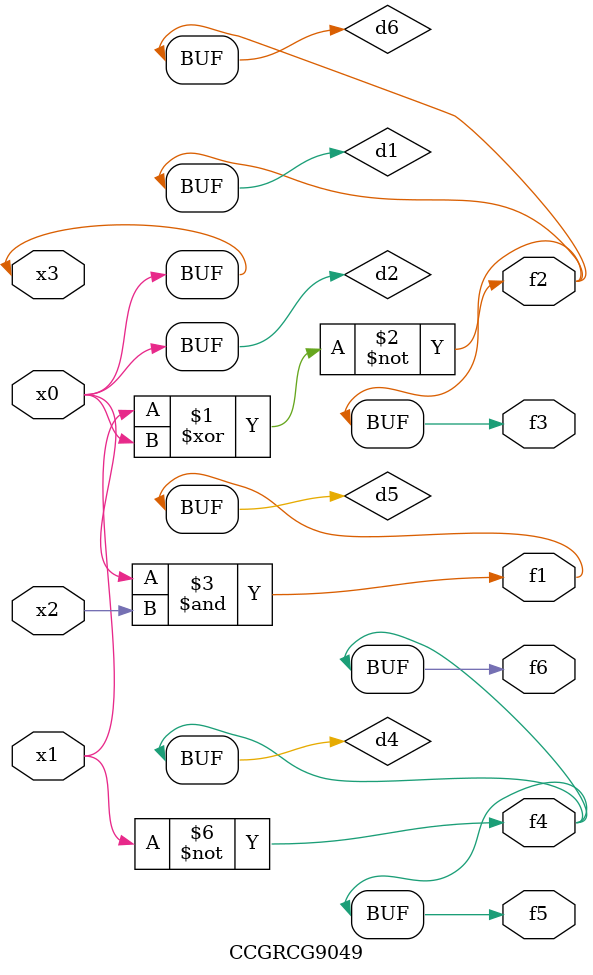
<source format=v>
module CCGRCG9049(
	input x0, x1, x2, x3,
	output f1, f2, f3, f4, f5, f6
);

	wire d1, d2, d3, d4, d5, d6;

	xnor (d1, x1, x3);
	buf (d2, x0, x3);
	nand (d3, x0, x2);
	not (d4, x1);
	nand (d5, d3);
	or (d6, d1);
	assign f1 = d5;
	assign f2 = d6;
	assign f3 = d6;
	assign f4 = d4;
	assign f5 = d4;
	assign f6 = d4;
endmodule

</source>
